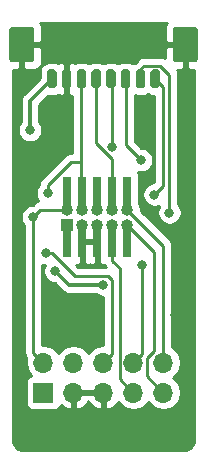
<source format=gbr>
%TF.GenerationSoftware,KiCad,Pcbnew,5.1.10*%
%TF.CreationDate,2021-08-07T23:12:06+02:00*%
%TF.ProjectId,debugconn-2side,64656275-6763-46f6-9e6e-2d3273696465,rev?*%
%TF.SameCoordinates,Original*%
%TF.FileFunction,Copper,L1,Top*%
%TF.FilePolarity,Positive*%
%FSLAX46Y46*%
G04 Gerber Fmt 4.6, Leading zero omitted, Abs format (unit mm)*
G04 Created by KiCad (PCBNEW 5.1.10) date 2021-08-07 23:12:06*
%MOMM*%
%LPD*%
G01*
G04 APERTURE LIST*
%TA.AperFunction,ComponentPad*%
%ADD10O,1.000000X1.000000*%
%TD*%
%TA.AperFunction,ComponentPad*%
%ADD11R,1.000000X1.000000*%
%TD*%
%TA.AperFunction,SMDPad,CuDef*%
%ADD12R,0.740000X2.790000*%
%TD*%
%TA.AperFunction,ComponentPad*%
%ADD13R,1.700000X1.700000*%
%TD*%
%TA.AperFunction,ComponentPad*%
%ADD14O,1.700000X1.700000*%
%TD*%
%TA.AperFunction,ViaPad*%
%ADD15C,0.800000*%
%TD*%
%TA.AperFunction,Conductor*%
%ADD16C,0.250000*%
%TD*%
%TA.AperFunction,Conductor*%
%ADD17C,0.300000*%
%TD*%
%TA.AperFunction,Conductor*%
%ADD18C,0.254000*%
%TD*%
%TA.AperFunction,Conductor*%
%ADD19C,0.100000*%
%TD*%
G04 APERTURE END LIST*
D10*
%TO.P,J2,10*%
%TO.N,/~RESET~*%
X162052000Y-69596000D03*
%TO.P,J2,9*%
%TO.N,/UNK2_GNDdetect*%
X162052000Y-70866000D03*
%TO.P,J2,8*%
%TO.N,/TDI*%
X160782000Y-69596000D03*
%TO.P,J2,7*%
%TO.N,/UNK1_KEY*%
X160782000Y-70866000D03*
%TO.P,J2,6*%
%TO.N,/SWO_TDO*%
X159512000Y-69596000D03*
%TO.P,J2,5*%
%TO.N,/GND*%
X159512000Y-70866000D03*
%TO.P,J2,4*%
%TO.N,/SWCLK_TCK*%
X158242000Y-69596000D03*
%TO.P,J2,3*%
%TO.N,/GND*%
X158242000Y-70866000D03*
%TO.P,J2,2*%
%TO.N,/SWDIO_TMS*%
X156972000Y-69596000D03*
D11*
%TO.P,J2,1*%
%TO.N,/VCC*%
X156972000Y-70866000D03*
%TD*%
D12*
%TO.P,J2alt,10*%
%TO.N,/~RESET~*%
X162052000Y-68196000D03*
%TO.P,J2alt,9*%
%TO.N,/UNK2_GNDdetect*%
X162052000Y-72266000D03*
%TO.P,J2alt,8*%
%TO.N,/TDI*%
X160782000Y-68196000D03*
%TO.P,J2alt,7*%
%TO.N,/UNK1_KEY*%
X160782000Y-72266000D03*
%TO.P,J2alt,6*%
%TO.N,/SWO_TDO*%
X159512000Y-68196000D03*
%TO.P,J2alt,5*%
%TO.N,/GND*%
X159512000Y-72266000D03*
%TO.P,J2alt,4*%
%TO.N,/SWCLK_TCK*%
X158242000Y-68196000D03*
%TO.P,J2alt,3*%
%TO.N,/GND*%
X158242000Y-72266000D03*
%TO.P,J2alt,2*%
%TO.N,/SWDIO_TMS*%
X156972000Y-68196000D03*
%TO.P,J2alt,1*%
%TO.N,/VCC*%
X156972000Y-72266000D03*
%TD*%
%TO.P,J3,MP*%
%TO.N,/GND*%
%TA.AperFunction,SMDPad,CuDef*%
G36*
G01*
X154145000Y-54383900D02*
X154145000Y-56884100D01*
G75*
G02*
X153895100Y-57134000I-249900J0D01*
G01*
X152294900Y-57134000D01*
G75*
G02*
X152045000Y-56884100I0J249900D01*
G01*
X152045000Y-54383900D01*
G75*
G02*
X152294900Y-54134000I249900J0D01*
G01*
X153895100Y-54134000D01*
G75*
G02*
X154145000Y-54383900I0J-249900D01*
G01*
G37*
%TD.AperFunction*%
%TA.AperFunction,SMDPad,CuDef*%
G36*
G01*
X167995000Y-54383900D02*
X167995000Y-56884100D01*
G75*
G02*
X167745100Y-57134000I-249900J0D01*
G01*
X166144900Y-57134000D01*
G75*
G02*
X165895000Y-56884100I0J249900D01*
G01*
X165895000Y-54383900D01*
G75*
G02*
X166144900Y-54134000I249900J0D01*
G01*
X167745100Y-54134000D01*
G75*
G02*
X167995000Y-54383900I0J-249900D01*
G01*
G37*
%TD.AperFunction*%
%TO.P,J3,8*%
%TO.N,/VCC*%
%TA.AperFunction,SMDPad,CuDef*%
G36*
G01*
X156045000Y-57934000D02*
X156045000Y-59134000D01*
G75*
G02*
X155845000Y-59334000I-200000J0D01*
G01*
X155445000Y-59334000D01*
G75*
G02*
X155245000Y-59134000I0J200000D01*
G01*
X155245000Y-57934000D01*
G75*
G02*
X155445000Y-57734000I200000J0D01*
G01*
X155845000Y-57734000D01*
G75*
G02*
X156045000Y-57934000I0J-200000D01*
G01*
G37*
%TD.AperFunction*%
%TO.P,J3,7*%
%TO.N,/GND*%
%TA.AperFunction,SMDPad,CuDef*%
G36*
G01*
X157295000Y-57934000D02*
X157295000Y-59134000D01*
G75*
G02*
X157095000Y-59334000I-200000J0D01*
G01*
X156695000Y-59334000D01*
G75*
G02*
X156495000Y-59134000I0J200000D01*
G01*
X156495000Y-57934000D01*
G75*
G02*
X156695000Y-57734000I200000J0D01*
G01*
X157095000Y-57734000D01*
G75*
G02*
X157295000Y-57934000I0J-200000D01*
G01*
G37*
%TD.AperFunction*%
%TO.P,J3,6*%
%TO.N,/SWCLK_TCK*%
%TA.AperFunction,SMDPad,CuDef*%
G36*
G01*
X158545000Y-57934000D02*
X158545000Y-59134000D01*
G75*
G02*
X158345000Y-59334000I-200000J0D01*
G01*
X157945000Y-59334000D01*
G75*
G02*
X157745000Y-59134000I0J200000D01*
G01*
X157745000Y-57934000D01*
G75*
G02*
X157945000Y-57734000I200000J0D01*
G01*
X158345000Y-57734000D01*
G75*
G02*
X158545000Y-57934000I0J-200000D01*
G01*
G37*
%TD.AperFunction*%
%TO.P,J3,5*%
%TO.N,/TDI*%
%TA.AperFunction,SMDPad,CuDef*%
G36*
G01*
X159795000Y-57934000D02*
X159795000Y-59134000D01*
G75*
G02*
X159595000Y-59334000I-200000J0D01*
G01*
X159195000Y-59334000D01*
G75*
G02*
X158995000Y-59134000I0J200000D01*
G01*
X158995000Y-57934000D01*
G75*
G02*
X159195000Y-57734000I200000J0D01*
G01*
X159595000Y-57734000D01*
G75*
G02*
X159795000Y-57934000I0J-200000D01*
G01*
G37*
%TD.AperFunction*%
%TO.P,J3,4*%
%TO.N,/SWO_TDO*%
%TA.AperFunction,SMDPad,CuDef*%
G36*
G01*
X161045000Y-57934000D02*
X161045000Y-59134000D01*
G75*
G02*
X160845000Y-59334000I-200000J0D01*
G01*
X160445000Y-59334000D01*
G75*
G02*
X160245000Y-59134000I0J200000D01*
G01*
X160245000Y-57934000D01*
G75*
G02*
X160445000Y-57734000I200000J0D01*
G01*
X160845000Y-57734000D01*
G75*
G02*
X161045000Y-57934000I0J-200000D01*
G01*
G37*
%TD.AperFunction*%
%TO.P,J3,3*%
%TO.N,/SWDIO_TMS*%
%TA.AperFunction,SMDPad,CuDef*%
G36*
G01*
X162295000Y-57934000D02*
X162295000Y-59134000D01*
G75*
G02*
X162095000Y-59334000I-200000J0D01*
G01*
X161695000Y-59334000D01*
G75*
G02*
X161495000Y-59134000I0J200000D01*
G01*
X161495000Y-57934000D01*
G75*
G02*
X161695000Y-57734000I200000J0D01*
G01*
X162095000Y-57734000D01*
G75*
G02*
X162295000Y-57934000I0J-200000D01*
G01*
G37*
%TD.AperFunction*%
%TO.P,J3,2*%
%TO.N,/UNK1_KEY*%
%TA.AperFunction,SMDPad,CuDef*%
G36*
G01*
X163545000Y-57934000D02*
X163545000Y-59134000D01*
G75*
G02*
X163345000Y-59334000I-200000J0D01*
G01*
X162945000Y-59334000D01*
G75*
G02*
X162745000Y-59134000I0J200000D01*
G01*
X162745000Y-57934000D01*
G75*
G02*
X162945000Y-57734000I200000J0D01*
G01*
X163345000Y-57734000D01*
G75*
G02*
X163545000Y-57934000I0J-200000D01*
G01*
G37*
%TD.AperFunction*%
%TO.P,J3,1*%
%TO.N,/UNK2_GNDdetect*%
%TA.AperFunction,SMDPad,CuDef*%
G36*
G01*
X164795000Y-57934000D02*
X164795000Y-59134000D01*
G75*
G02*
X164595000Y-59334000I-200000J0D01*
G01*
X164195000Y-59334000D01*
G75*
G02*
X163995000Y-59134000I0J200000D01*
G01*
X163995000Y-57934000D01*
G75*
G02*
X164195000Y-57734000I200000J0D01*
G01*
X164595000Y-57734000D01*
G75*
G02*
X164795000Y-57934000I0J-200000D01*
G01*
G37*
%TD.AperFunction*%
%TD*%
D13*
%TO.P,J1,1*%
%TO.N,/VCC*%
X154940000Y-85090000D03*
D14*
%TO.P,J1,2*%
%TO.N,/SWDIO_TMS*%
X154940000Y-82550000D03*
%TO.P,J1,3*%
%TO.N,/GND*%
X157480000Y-85090000D03*
%TO.P,J1,4*%
%TO.N,/SWCLK_TCK*%
X157480000Y-82550000D03*
%TO.P,J1,5*%
%TO.N,/GND*%
X160020000Y-85090000D03*
%TO.P,J1,6*%
%TO.N,/SWO_TDO*%
X160020000Y-82550000D03*
%TO.P,J1,7*%
%TO.N,/UNK1_KEY*%
X162560000Y-85090000D03*
%TO.P,J1,8*%
%TO.N,/TDI*%
X162560000Y-82550000D03*
%TO.P,J1,9*%
%TO.N,/UNK2_GNDdetect*%
X165100000Y-85090000D03*
%TO.P,J1,10*%
%TO.N,/~RESET~*%
X165100000Y-82550000D03*
%TD*%
D15*
%TO.N,/UNK2_GNDdetect*%
X164338000Y-68326000D03*
%TO.N,/TDI*%
X163322000Y-74295000D03*
%TO.N,/UNK1_KEY*%
X165608000Y-69850000D03*
%TO.N,/SWO_TDO*%
X155194000Y-73279000D03*
X160782000Y-64262000D03*
%TO.N,/GND*%
X159512000Y-80518000D03*
X166116000Y-78486000D03*
%TO.N,/SWCLK_TCK*%
X155321000Y-68199000D03*
%TO.N,/SWDIO_TMS*%
X163195000Y-65405000D03*
X154051000Y-70231000D03*
%TO.N,/VCC*%
X160020000Y-75946000D03*
X155956000Y-74803000D03*
X153797000Y-62865000D03*
%TD*%
D16*
%TO.N,/~RESET~*%
X162052000Y-69596000D02*
X162052000Y-68196000D01*
X162052000Y-69644998D02*
X162052000Y-69596000D01*
X165100000Y-72692998D02*
X162052000Y-69644998D01*
X165100000Y-82550000D02*
X165100000Y-72692998D01*
%TO.N,/UNK2_GNDdetect*%
X162052000Y-70866000D02*
X162052000Y-72266000D01*
X164338000Y-81572998D02*
X164338000Y-73152000D01*
X164338000Y-73152000D02*
X162052000Y-70866000D01*
X163735001Y-82175997D02*
X164338000Y-81572998D01*
X163735001Y-83725001D02*
X163735001Y-82175997D01*
X165100000Y-85090000D02*
X163735001Y-83725001D01*
X165063001Y-59202001D02*
X164395000Y-58534000D01*
X165063001Y-67600999D02*
X165063001Y-59202001D01*
X164338000Y-68326000D02*
X165063001Y-67600999D01*
%TO.N,/TDI*%
X160782000Y-68196000D02*
X160782000Y-69596000D01*
X163322000Y-81788000D02*
X162560000Y-82550000D01*
X163322000Y-74295000D02*
X163322000Y-81788000D01*
X159395000Y-62113000D02*
X159395000Y-58534000D01*
X159395000Y-63948002D02*
X159395000Y-62113000D01*
X160782000Y-65335002D02*
X159395000Y-63948002D01*
X160782000Y-68196000D02*
X160782000Y-65335002D01*
%TO.N,/UNK1_KEY*%
X164812468Y-57408990D02*
X165608000Y-58204522D01*
X163470010Y-57408990D02*
X164812468Y-57408990D01*
X163145000Y-57734000D02*
X163470010Y-57408990D01*
X163145000Y-58534000D02*
X163145000Y-57734000D01*
X165608000Y-59474522D02*
X165608000Y-69850000D01*
X160782000Y-72193002D02*
X160782000Y-70866000D01*
X165608000Y-58204522D02*
X165608000Y-59474522D01*
X160782000Y-73911000D02*
X160782000Y-72266000D01*
X161384999Y-74513999D02*
X160782000Y-73911000D01*
X161384999Y-83914999D02*
X161384999Y-74513999D01*
X162560000Y-85090000D02*
X161384999Y-83914999D01*
%TO.N,/SWO_TDO*%
X159512000Y-69596000D02*
X159512000Y-68196000D01*
X160745001Y-75597999D02*
X160745001Y-81824999D01*
X160745001Y-81824999D02*
X160020000Y-82550000D01*
X160368001Y-75220999D02*
X160745001Y-75597999D01*
X157576997Y-75220999D02*
X160368001Y-75220999D01*
X155634998Y-73279000D02*
X157576997Y-75220999D01*
X155194000Y-73279000D02*
X155634998Y-73279000D01*
X160782000Y-62865000D02*
X160782000Y-64262000D01*
X160782000Y-58671000D02*
X160645000Y-58534000D01*
X160782000Y-62865000D02*
X160782000Y-58671000D01*
D17*
%TO.N,/GND*%
X159512000Y-72266000D02*
X159512000Y-70866000D01*
X158242000Y-72266000D02*
X158242000Y-70866000D01*
D16*
%TO.N,/SWCLK_TCK*%
X158145000Y-59804000D02*
X158145000Y-58534000D01*
X155321000Y-67496998D02*
X157255998Y-65562000D01*
X155321000Y-68199000D02*
X155321000Y-67496998D01*
X158145000Y-65562000D02*
X158145000Y-69499000D01*
X158145000Y-59804000D02*
X158145000Y-65562000D01*
X157255998Y-65562000D02*
X158145000Y-65562000D01*
%TO.N,/SWDIO_TMS*%
X154686000Y-69596000D02*
X156972000Y-69596000D01*
X156972000Y-69596000D02*
X156972000Y-68196000D01*
X154090001Y-70191999D02*
X154686000Y-69596000D01*
X154090001Y-81700001D02*
X154090001Y-70191999D01*
X154940000Y-82550000D02*
X154090001Y-81700001D01*
X161895000Y-64105000D02*
X161895000Y-58534000D01*
X163195000Y-65405000D02*
X161895000Y-64105000D01*
D17*
%TO.N,/VCC*%
X157099000Y-75946000D02*
X155956000Y-74803000D01*
X160020000Y-75946000D02*
X157099000Y-75946000D01*
X153797000Y-60382000D02*
X155645000Y-58534000D01*
X153797000Y-62865000D02*
X153797000Y-60382000D01*
X156972000Y-72266000D02*
X156972000Y-70866000D01*
%TD*%
D18*
%TO.N,/GND*%
X165364463Y-53779506D02*
X165305498Y-53889820D01*
X165269188Y-54009518D01*
X165256928Y-54134000D01*
X165260000Y-55348250D01*
X165418750Y-55507000D01*
X166818000Y-55507000D01*
X166818000Y-55487000D01*
X167072000Y-55487000D01*
X167072000Y-55507000D01*
X167092000Y-55507000D01*
X167092000Y-55761000D01*
X167072000Y-55761000D01*
X167072000Y-57610250D01*
X167230750Y-57769000D01*
X167717000Y-57770955D01*
X167717001Y-88978052D01*
X167696424Y-89074858D01*
X167695388Y-89084717D01*
X167673157Y-89311449D01*
X167627433Y-89462893D01*
X167553163Y-89602575D01*
X167453175Y-89725174D01*
X167331280Y-89826014D01*
X167192116Y-89901259D01*
X167040996Y-89948039D01*
X166814424Y-89971852D01*
X166791681Y-89976521D01*
X166737673Y-89982006D01*
X166701711Y-89993000D01*
X153337943Y-89993000D01*
X153241142Y-89972424D01*
X153231283Y-89971388D01*
X153004551Y-89949157D01*
X152853107Y-89903433D01*
X152713425Y-89829163D01*
X152590826Y-89729175D01*
X152489986Y-89607280D01*
X152414741Y-89468116D01*
X152367961Y-89316996D01*
X152344148Y-89090424D01*
X152339479Y-89067681D01*
X152333994Y-89013673D01*
X152323000Y-88977711D01*
X152323000Y-70129061D01*
X153016000Y-70129061D01*
X153016000Y-70332939D01*
X153055774Y-70532898D01*
X153133795Y-70721256D01*
X153247063Y-70890774D01*
X153330002Y-70973713D01*
X153330001Y-81662679D01*
X153326325Y-81700001D01*
X153330001Y-81737323D01*
X153330001Y-81737333D01*
X153340998Y-81848986D01*
X153378916Y-81973986D01*
X153384455Y-81992247D01*
X153455027Y-82124277D01*
X153494872Y-82172827D01*
X153499749Y-82178771D01*
X153455000Y-82403740D01*
X153455000Y-82696260D01*
X153512068Y-82983158D01*
X153624010Y-83253411D01*
X153786525Y-83496632D01*
X153918380Y-83628487D01*
X153845820Y-83650498D01*
X153735506Y-83709463D01*
X153638815Y-83788815D01*
X153559463Y-83885506D01*
X153500498Y-83995820D01*
X153464188Y-84115518D01*
X153451928Y-84240000D01*
X153451928Y-85940000D01*
X153464188Y-86064482D01*
X153500498Y-86184180D01*
X153559463Y-86294494D01*
X153638815Y-86391185D01*
X153735506Y-86470537D01*
X153845820Y-86529502D01*
X153965518Y-86565812D01*
X154090000Y-86578072D01*
X155790000Y-86578072D01*
X155914482Y-86565812D01*
X156034180Y-86529502D01*
X156144494Y-86470537D01*
X156241185Y-86391185D01*
X156320537Y-86294494D01*
X156379502Y-86184180D01*
X156403966Y-86103534D01*
X156479731Y-86187588D01*
X156713080Y-86361641D01*
X156975901Y-86486825D01*
X157123110Y-86531476D01*
X157353000Y-86410155D01*
X157353000Y-85217000D01*
X157607000Y-85217000D01*
X157607000Y-86410155D01*
X157836890Y-86531476D01*
X157984099Y-86486825D01*
X158246920Y-86361641D01*
X158480269Y-86187588D01*
X158675178Y-85971355D01*
X158750000Y-85845745D01*
X158824822Y-85971355D01*
X159019731Y-86187588D01*
X159253080Y-86361641D01*
X159515901Y-86486825D01*
X159663110Y-86531476D01*
X159893000Y-86410155D01*
X159893000Y-85217000D01*
X157607000Y-85217000D01*
X157353000Y-85217000D01*
X157333000Y-85217000D01*
X157333000Y-84963000D01*
X157353000Y-84963000D01*
X157353000Y-84943000D01*
X157607000Y-84943000D01*
X157607000Y-84963000D01*
X159893000Y-84963000D01*
X159893000Y-84943000D01*
X160147000Y-84943000D01*
X160147000Y-84963000D01*
X160167000Y-84963000D01*
X160167000Y-85217000D01*
X160147000Y-85217000D01*
X160147000Y-86410155D01*
X160376890Y-86531476D01*
X160524099Y-86486825D01*
X160786920Y-86361641D01*
X161020269Y-86187588D01*
X161215178Y-85971355D01*
X161284805Y-85854466D01*
X161406525Y-86036632D01*
X161613368Y-86243475D01*
X161856589Y-86405990D01*
X162126842Y-86517932D01*
X162413740Y-86575000D01*
X162706260Y-86575000D01*
X162993158Y-86517932D01*
X163263411Y-86405990D01*
X163506632Y-86243475D01*
X163713475Y-86036632D01*
X163830000Y-85862240D01*
X163946525Y-86036632D01*
X164153368Y-86243475D01*
X164396589Y-86405990D01*
X164666842Y-86517932D01*
X164953740Y-86575000D01*
X165246260Y-86575000D01*
X165533158Y-86517932D01*
X165803411Y-86405990D01*
X166046632Y-86243475D01*
X166253475Y-86036632D01*
X166415990Y-85793411D01*
X166527932Y-85523158D01*
X166585000Y-85236260D01*
X166585000Y-84943740D01*
X166527932Y-84656842D01*
X166415990Y-84386589D01*
X166253475Y-84143368D01*
X166046632Y-83936525D01*
X165872240Y-83820000D01*
X166046632Y-83703475D01*
X166253475Y-83496632D01*
X166415990Y-83253411D01*
X166527932Y-82983158D01*
X166585000Y-82696260D01*
X166585000Y-82403740D01*
X166527932Y-82116842D01*
X166415990Y-81846589D01*
X166253475Y-81603368D01*
X166046632Y-81396525D01*
X165860000Y-81271822D01*
X165860000Y-72730321D01*
X165863676Y-72692998D01*
X165860000Y-72655675D01*
X165860000Y-72655665D01*
X165849003Y-72544012D01*
X165805546Y-72400751D01*
X165754130Y-72304560D01*
X165734974Y-72268721D01*
X165663799Y-72181995D01*
X165640001Y-72152997D01*
X165611003Y-72129199D01*
X163187000Y-69705197D01*
X163187000Y-69484212D01*
X163143383Y-69264933D01*
X163060072Y-69063803D01*
X163060072Y-66801000D01*
X163047812Y-66676518D01*
X163011502Y-66556820D01*
X162952537Y-66446506D01*
X162918742Y-66405326D01*
X163093061Y-66440000D01*
X163296939Y-66440000D01*
X163496898Y-66400226D01*
X163685256Y-66322205D01*
X163854774Y-66208937D01*
X163998937Y-66064774D01*
X164112205Y-65895256D01*
X164190226Y-65706898D01*
X164230000Y-65506939D01*
X164230000Y-65303061D01*
X164190226Y-65103102D01*
X164112205Y-64914744D01*
X163998937Y-64745226D01*
X163854774Y-64601063D01*
X163685256Y-64487795D01*
X163496898Y-64409774D01*
X163296939Y-64370000D01*
X163234802Y-64370000D01*
X162655000Y-63790199D01*
X162655000Y-59917596D01*
X162781500Y-59955969D01*
X162945000Y-59972072D01*
X163345000Y-59972072D01*
X163508500Y-59955969D01*
X163665716Y-59908278D01*
X163770000Y-59852537D01*
X163874284Y-59908278D01*
X164031500Y-59955969D01*
X164195000Y-59972072D01*
X164303002Y-59972072D01*
X164303001Y-67286197D01*
X164298198Y-67291000D01*
X164236061Y-67291000D01*
X164036102Y-67330774D01*
X163847744Y-67408795D01*
X163678226Y-67522063D01*
X163534063Y-67666226D01*
X163420795Y-67835744D01*
X163342774Y-68024102D01*
X163303000Y-68224061D01*
X163303000Y-68427939D01*
X163342774Y-68627898D01*
X163420795Y-68816256D01*
X163534063Y-68985774D01*
X163678226Y-69129937D01*
X163847744Y-69243205D01*
X164036102Y-69321226D01*
X164236061Y-69361000D01*
X164439939Y-69361000D01*
X164639898Y-69321226D01*
X164745859Y-69277335D01*
X164690795Y-69359744D01*
X164612774Y-69548102D01*
X164573000Y-69748061D01*
X164573000Y-69951939D01*
X164612774Y-70151898D01*
X164690795Y-70340256D01*
X164804063Y-70509774D01*
X164948226Y-70653937D01*
X165117744Y-70767205D01*
X165306102Y-70845226D01*
X165506061Y-70885000D01*
X165709939Y-70885000D01*
X165909898Y-70845226D01*
X166098256Y-70767205D01*
X166267774Y-70653937D01*
X166411937Y-70509774D01*
X166525205Y-70340256D01*
X166603226Y-70151898D01*
X166643000Y-69951939D01*
X166643000Y-69748061D01*
X166603226Y-69548102D01*
X166525205Y-69359744D01*
X166411937Y-69190226D01*
X166368000Y-69146289D01*
X166368000Y-58241844D01*
X166371676Y-58204521D01*
X166368000Y-58167198D01*
X166368000Y-58167189D01*
X166357003Y-58055536D01*
X166313546Y-57912275D01*
X166295300Y-57878139D01*
X166242974Y-57780245D01*
X166235144Y-57770705D01*
X166659250Y-57769000D01*
X166818000Y-57610250D01*
X166818000Y-55761000D01*
X165418750Y-55761000D01*
X165260000Y-55919750D01*
X165257795Y-56791292D01*
X165236744Y-56774016D01*
X165104715Y-56703444D01*
X164961454Y-56659987D01*
X164849801Y-56648990D01*
X164849790Y-56648990D01*
X164812468Y-56645314D01*
X164775146Y-56648990D01*
X163507343Y-56648990D01*
X163470010Y-56645313D01*
X163432677Y-56648990D01*
X163321024Y-56659987D01*
X163177763Y-56703444D01*
X163045734Y-56774016D01*
X162930009Y-56868989D01*
X162906206Y-56897993D01*
X162653270Y-57150929D01*
X162624284Y-57159722D01*
X162520000Y-57215463D01*
X162415716Y-57159722D01*
X162258500Y-57112031D01*
X162095000Y-57095928D01*
X161695000Y-57095928D01*
X161531500Y-57112031D01*
X161374284Y-57159722D01*
X161270000Y-57215463D01*
X161165716Y-57159722D01*
X161008500Y-57112031D01*
X160845000Y-57095928D01*
X160445000Y-57095928D01*
X160281500Y-57112031D01*
X160124284Y-57159722D01*
X160020000Y-57215463D01*
X159915716Y-57159722D01*
X159758500Y-57112031D01*
X159595000Y-57095928D01*
X159195000Y-57095928D01*
X159031500Y-57112031D01*
X158874284Y-57159722D01*
X158770000Y-57215463D01*
X158665716Y-57159722D01*
X158508500Y-57112031D01*
X158345000Y-57095928D01*
X157945000Y-57095928D01*
X157781500Y-57112031D01*
X157624284Y-57159722D01*
X157595973Y-57174855D01*
X157539180Y-57144498D01*
X157419482Y-57108188D01*
X157295000Y-57095928D01*
X157180750Y-57099000D01*
X157022000Y-57257750D01*
X157022000Y-58407000D01*
X157042000Y-58407000D01*
X157042000Y-58661000D01*
X157022000Y-58661000D01*
X157022000Y-59810250D01*
X157180750Y-59969000D01*
X157295000Y-59972072D01*
X157385000Y-59963208D01*
X157385001Y-64802000D01*
X157293320Y-64802000D01*
X157255997Y-64798324D01*
X157218674Y-64802000D01*
X157218665Y-64802000D01*
X157107012Y-64812997D01*
X156963751Y-64856454D01*
X156831722Y-64927026D01*
X156831720Y-64927027D01*
X156831721Y-64927027D01*
X156744994Y-64998201D01*
X156744990Y-64998205D01*
X156715997Y-65021999D01*
X156692203Y-65050992D01*
X154809998Y-66933199D01*
X154781000Y-66956997D01*
X154757202Y-66985995D01*
X154757201Y-66985996D01*
X154686026Y-67072722D01*
X154615454Y-67204752D01*
X154600317Y-67254654D01*
X154571997Y-67348012D01*
X154561000Y-67459665D01*
X154561000Y-67459676D01*
X154557324Y-67496998D01*
X154557500Y-67498789D01*
X154517063Y-67539226D01*
X154403795Y-67708744D01*
X154325774Y-67897102D01*
X154286000Y-68097061D01*
X154286000Y-68300939D01*
X154325774Y-68500898D01*
X154403795Y-68689256D01*
X154513882Y-68854014D01*
X154393753Y-68890454D01*
X154261724Y-68961026D01*
X154145999Y-69055999D01*
X154122200Y-69084998D01*
X154011198Y-69196000D01*
X153949061Y-69196000D01*
X153749102Y-69235774D01*
X153560744Y-69313795D01*
X153391226Y-69427063D01*
X153247063Y-69571226D01*
X153133795Y-69740744D01*
X153055774Y-69929102D01*
X153016000Y-70129061D01*
X152323000Y-70129061D01*
X152323000Y-62763061D01*
X152762000Y-62763061D01*
X152762000Y-62966939D01*
X152801774Y-63166898D01*
X152879795Y-63355256D01*
X152993063Y-63524774D01*
X153137226Y-63668937D01*
X153306744Y-63782205D01*
X153495102Y-63860226D01*
X153695061Y-63900000D01*
X153898939Y-63900000D01*
X154098898Y-63860226D01*
X154287256Y-63782205D01*
X154456774Y-63668937D01*
X154600937Y-63524774D01*
X154714205Y-63355256D01*
X154792226Y-63166898D01*
X154832000Y-62966939D01*
X154832000Y-62763061D01*
X154792226Y-62563102D01*
X154714205Y-62374744D01*
X154600937Y-62205226D01*
X154582000Y-62186289D01*
X154582000Y-60707157D01*
X155328554Y-59960603D01*
X155445000Y-59972072D01*
X155845000Y-59972072D01*
X156008500Y-59955969D01*
X156165716Y-59908278D01*
X156194027Y-59893145D01*
X156250820Y-59923502D01*
X156370518Y-59959812D01*
X156495000Y-59972072D01*
X156609250Y-59969000D01*
X156768000Y-59810250D01*
X156768000Y-58661000D01*
X156748000Y-58661000D01*
X156748000Y-58407000D01*
X156768000Y-58407000D01*
X156768000Y-57257750D01*
X156609250Y-57099000D01*
X156495000Y-57095928D01*
X156370518Y-57108188D01*
X156250820Y-57144498D01*
X156194027Y-57174855D01*
X156165716Y-57159722D01*
X156008500Y-57112031D01*
X155845000Y-57095928D01*
X155445000Y-57095928D01*
X155281500Y-57112031D01*
X155124284Y-57159722D01*
X154979392Y-57237169D01*
X154852394Y-57341394D01*
X154748169Y-57468392D01*
X154670722Y-57613284D01*
X154623031Y-57770500D01*
X154606928Y-57934000D01*
X154606928Y-58461915D01*
X153269185Y-59799658D01*
X153239237Y-59824236D01*
X153214659Y-59854184D01*
X153214655Y-59854188D01*
X153206162Y-59864537D01*
X153141139Y-59943767D01*
X153134617Y-59955969D01*
X153068246Y-60080141D01*
X153023359Y-60228114D01*
X153008203Y-60382000D01*
X153012001Y-60420563D01*
X153012000Y-62186289D01*
X152993063Y-62205226D01*
X152879795Y-62374744D01*
X152801774Y-62563102D01*
X152762000Y-62763061D01*
X152323000Y-62763061D01*
X152323000Y-57770955D01*
X152809250Y-57769000D01*
X152968000Y-57610250D01*
X152968000Y-55761000D01*
X153222000Y-55761000D01*
X153222000Y-57610250D01*
X153380750Y-57769000D01*
X154145000Y-57772072D01*
X154269482Y-57759812D01*
X154389180Y-57723502D01*
X154499494Y-57664537D01*
X154596185Y-57585185D01*
X154675537Y-57488494D01*
X154734502Y-57378180D01*
X154770812Y-57258482D01*
X154783072Y-57134000D01*
X154780000Y-55919750D01*
X154621250Y-55761000D01*
X153222000Y-55761000D01*
X152968000Y-55761000D01*
X152948000Y-55761000D01*
X152948000Y-55507000D01*
X152968000Y-55507000D01*
X152968000Y-55487000D01*
X153222000Y-55487000D01*
X153222000Y-55507000D01*
X154621250Y-55507000D01*
X154780000Y-55348250D01*
X154783072Y-54134000D01*
X154770812Y-54009518D01*
X154734502Y-53889820D01*
X154675537Y-53779506D01*
X154668556Y-53771000D01*
X165371444Y-53771000D01*
X165364463Y-53779506D01*
%TA.AperFunction,Conductor*%
D19*
G36*
X165364463Y-53779506D02*
G01*
X165305498Y-53889820D01*
X165269188Y-54009518D01*
X165256928Y-54134000D01*
X165260000Y-55348250D01*
X165418750Y-55507000D01*
X166818000Y-55507000D01*
X166818000Y-55487000D01*
X167072000Y-55487000D01*
X167072000Y-55507000D01*
X167092000Y-55507000D01*
X167092000Y-55761000D01*
X167072000Y-55761000D01*
X167072000Y-57610250D01*
X167230750Y-57769000D01*
X167717000Y-57770955D01*
X167717001Y-88978052D01*
X167696424Y-89074858D01*
X167695388Y-89084717D01*
X167673157Y-89311449D01*
X167627433Y-89462893D01*
X167553163Y-89602575D01*
X167453175Y-89725174D01*
X167331280Y-89826014D01*
X167192116Y-89901259D01*
X167040996Y-89948039D01*
X166814424Y-89971852D01*
X166791681Y-89976521D01*
X166737673Y-89982006D01*
X166701711Y-89993000D01*
X153337943Y-89993000D01*
X153241142Y-89972424D01*
X153231283Y-89971388D01*
X153004551Y-89949157D01*
X152853107Y-89903433D01*
X152713425Y-89829163D01*
X152590826Y-89729175D01*
X152489986Y-89607280D01*
X152414741Y-89468116D01*
X152367961Y-89316996D01*
X152344148Y-89090424D01*
X152339479Y-89067681D01*
X152333994Y-89013673D01*
X152323000Y-88977711D01*
X152323000Y-70129061D01*
X153016000Y-70129061D01*
X153016000Y-70332939D01*
X153055774Y-70532898D01*
X153133795Y-70721256D01*
X153247063Y-70890774D01*
X153330002Y-70973713D01*
X153330001Y-81662679D01*
X153326325Y-81700001D01*
X153330001Y-81737323D01*
X153330001Y-81737333D01*
X153340998Y-81848986D01*
X153378916Y-81973986D01*
X153384455Y-81992247D01*
X153455027Y-82124277D01*
X153494872Y-82172827D01*
X153499749Y-82178771D01*
X153455000Y-82403740D01*
X153455000Y-82696260D01*
X153512068Y-82983158D01*
X153624010Y-83253411D01*
X153786525Y-83496632D01*
X153918380Y-83628487D01*
X153845820Y-83650498D01*
X153735506Y-83709463D01*
X153638815Y-83788815D01*
X153559463Y-83885506D01*
X153500498Y-83995820D01*
X153464188Y-84115518D01*
X153451928Y-84240000D01*
X153451928Y-85940000D01*
X153464188Y-86064482D01*
X153500498Y-86184180D01*
X153559463Y-86294494D01*
X153638815Y-86391185D01*
X153735506Y-86470537D01*
X153845820Y-86529502D01*
X153965518Y-86565812D01*
X154090000Y-86578072D01*
X155790000Y-86578072D01*
X155914482Y-86565812D01*
X156034180Y-86529502D01*
X156144494Y-86470537D01*
X156241185Y-86391185D01*
X156320537Y-86294494D01*
X156379502Y-86184180D01*
X156403966Y-86103534D01*
X156479731Y-86187588D01*
X156713080Y-86361641D01*
X156975901Y-86486825D01*
X157123110Y-86531476D01*
X157353000Y-86410155D01*
X157353000Y-85217000D01*
X157607000Y-85217000D01*
X157607000Y-86410155D01*
X157836890Y-86531476D01*
X157984099Y-86486825D01*
X158246920Y-86361641D01*
X158480269Y-86187588D01*
X158675178Y-85971355D01*
X158750000Y-85845745D01*
X158824822Y-85971355D01*
X159019731Y-86187588D01*
X159253080Y-86361641D01*
X159515901Y-86486825D01*
X159663110Y-86531476D01*
X159893000Y-86410155D01*
X159893000Y-85217000D01*
X157607000Y-85217000D01*
X157353000Y-85217000D01*
X157333000Y-85217000D01*
X157333000Y-84963000D01*
X157353000Y-84963000D01*
X157353000Y-84943000D01*
X157607000Y-84943000D01*
X157607000Y-84963000D01*
X159893000Y-84963000D01*
X159893000Y-84943000D01*
X160147000Y-84943000D01*
X160147000Y-84963000D01*
X160167000Y-84963000D01*
X160167000Y-85217000D01*
X160147000Y-85217000D01*
X160147000Y-86410155D01*
X160376890Y-86531476D01*
X160524099Y-86486825D01*
X160786920Y-86361641D01*
X161020269Y-86187588D01*
X161215178Y-85971355D01*
X161284805Y-85854466D01*
X161406525Y-86036632D01*
X161613368Y-86243475D01*
X161856589Y-86405990D01*
X162126842Y-86517932D01*
X162413740Y-86575000D01*
X162706260Y-86575000D01*
X162993158Y-86517932D01*
X163263411Y-86405990D01*
X163506632Y-86243475D01*
X163713475Y-86036632D01*
X163830000Y-85862240D01*
X163946525Y-86036632D01*
X164153368Y-86243475D01*
X164396589Y-86405990D01*
X164666842Y-86517932D01*
X164953740Y-86575000D01*
X165246260Y-86575000D01*
X165533158Y-86517932D01*
X165803411Y-86405990D01*
X166046632Y-86243475D01*
X166253475Y-86036632D01*
X166415990Y-85793411D01*
X166527932Y-85523158D01*
X166585000Y-85236260D01*
X166585000Y-84943740D01*
X166527932Y-84656842D01*
X166415990Y-84386589D01*
X166253475Y-84143368D01*
X166046632Y-83936525D01*
X165872240Y-83820000D01*
X166046632Y-83703475D01*
X166253475Y-83496632D01*
X166415990Y-83253411D01*
X166527932Y-82983158D01*
X166585000Y-82696260D01*
X166585000Y-82403740D01*
X166527932Y-82116842D01*
X166415990Y-81846589D01*
X166253475Y-81603368D01*
X166046632Y-81396525D01*
X165860000Y-81271822D01*
X165860000Y-72730321D01*
X165863676Y-72692998D01*
X165860000Y-72655675D01*
X165860000Y-72655665D01*
X165849003Y-72544012D01*
X165805546Y-72400751D01*
X165754130Y-72304560D01*
X165734974Y-72268721D01*
X165663799Y-72181995D01*
X165640001Y-72152997D01*
X165611003Y-72129199D01*
X163187000Y-69705197D01*
X163187000Y-69484212D01*
X163143383Y-69264933D01*
X163060072Y-69063803D01*
X163060072Y-66801000D01*
X163047812Y-66676518D01*
X163011502Y-66556820D01*
X162952537Y-66446506D01*
X162918742Y-66405326D01*
X163093061Y-66440000D01*
X163296939Y-66440000D01*
X163496898Y-66400226D01*
X163685256Y-66322205D01*
X163854774Y-66208937D01*
X163998937Y-66064774D01*
X164112205Y-65895256D01*
X164190226Y-65706898D01*
X164230000Y-65506939D01*
X164230000Y-65303061D01*
X164190226Y-65103102D01*
X164112205Y-64914744D01*
X163998937Y-64745226D01*
X163854774Y-64601063D01*
X163685256Y-64487795D01*
X163496898Y-64409774D01*
X163296939Y-64370000D01*
X163234802Y-64370000D01*
X162655000Y-63790199D01*
X162655000Y-59917596D01*
X162781500Y-59955969D01*
X162945000Y-59972072D01*
X163345000Y-59972072D01*
X163508500Y-59955969D01*
X163665716Y-59908278D01*
X163770000Y-59852537D01*
X163874284Y-59908278D01*
X164031500Y-59955969D01*
X164195000Y-59972072D01*
X164303002Y-59972072D01*
X164303001Y-67286197D01*
X164298198Y-67291000D01*
X164236061Y-67291000D01*
X164036102Y-67330774D01*
X163847744Y-67408795D01*
X163678226Y-67522063D01*
X163534063Y-67666226D01*
X163420795Y-67835744D01*
X163342774Y-68024102D01*
X163303000Y-68224061D01*
X163303000Y-68427939D01*
X163342774Y-68627898D01*
X163420795Y-68816256D01*
X163534063Y-68985774D01*
X163678226Y-69129937D01*
X163847744Y-69243205D01*
X164036102Y-69321226D01*
X164236061Y-69361000D01*
X164439939Y-69361000D01*
X164639898Y-69321226D01*
X164745859Y-69277335D01*
X164690795Y-69359744D01*
X164612774Y-69548102D01*
X164573000Y-69748061D01*
X164573000Y-69951939D01*
X164612774Y-70151898D01*
X164690795Y-70340256D01*
X164804063Y-70509774D01*
X164948226Y-70653937D01*
X165117744Y-70767205D01*
X165306102Y-70845226D01*
X165506061Y-70885000D01*
X165709939Y-70885000D01*
X165909898Y-70845226D01*
X166098256Y-70767205D01*
X166267774Y-70653937D01*
X166411937Y-70509774D01*
X166525205Y-70340256D01*
X166603226Y-70151898D01*
X166643000Y-69951939D01*
X166643000Y-69748061D01*
X166603226Y-69548102D01*
X166525205Y-69359744D01*
X166411937Y-69190226D01*
X166368000Y-69146289D01*
X166368000Y-58241844D01*
X166371676Y-58204521D01*
X166368000Y-58167198D01*
X166368000Y-58167189D01*
X166357003Y-58055536D01*
X166313546Y-57912275D01*
X166295300Y-57878139D01*
X166242974Y-57780245D01*
X166235144Y-57770705D01*
X166659250Y-57769000D01*
X166818000Y-57610250D01*
X166818000Y-55761000D01*
X165418750Y-55761000D01*
X165260000Y-55919750D01*
X165257795Y-56791292D01*
X165236744Y-56774016D01*
X165104715Y-56703444D01*
X164961454Y-56659987D01*
X164849801Y-56648990D01*
X164849790Y-56648990D01*
X164812468Y-56645314D01*
X164775146Y-56648990D01*
X163507343Y-56648990D01*
X163470010Y-56645313D01*
X163432677Y-56648990D01*
X163321024Y-56659987D01*
X163177763Y-56703444D01*
X163045734Y-56774016D01*
X162930009Y-56868989D01*
X162906206Y-56897993D01*
X162653270Y-57150929D01*
X162624284Y-57159722D01*
X162520000Y-57215463D01*
X162415716Y-57159722D01*
X162258500Y-57112031D01*
X162095000Y-57095928D01*
X161695000Y-57095928D01*
X161531500Y-57112031D01*
X161374284Y-57159722D01*
X161270000Y-57215463D01*
X161165716Y-57159722D01*
X161008500Y-57112031D01*
X160845000Y-57095928D01*
X160445000Y-57095928D01*
X160281500Y-57112031D01*
X160124284Y-57159722D01*
X160020000Y-57215463D01*
X159915716Y-57159722D01*
X159758500Y-57112031D01*
X159595000Y-57095928D01*
X159195000Y-57095928D01*
X159031500Y-57112031D01*
X158874284Y-57159722D01*
X158770000Y-57215463D01*
X158665716Y-57159722D01*
X158508500Y-57112031D01*
X158345000Y-57095928D01*
X157945000Y-57095928D01*
X157781500Y-57112031D01*
X157624284Y-57159722D01*
X157595973Y-57174855D01*
X157539180Y-57144498D01*
X157419482Y-57108188D01*
X157295000Y-57095928D01*
X157180750Y-57099000D01*
X157022000Y-57257750D01*
X157022000Y-58407000D01*
X157042000Y-58407000D01*
X157042000Y-58661000D01*
X157022000Y-58661000D01*
X157022000Y-59810250D01*
X157180750Y-59969000D01*
X157295000Y-59972072D01*
X157385000Y-59963208D01*
X157385001Y-64802000D01*
X157293320Y-64802000D01*
X157255997Y-64798324D01*
X157218674Y-64802000D01*
X157218665Y-64802000D01*
X157107012Y-64812997D01*
X156963751Y-64856454D01*
X156831722Y-64927026D01*
X156831720Y-64927027D01*
X156831721Y-64927027D01*
X156744994Y-64998201D01*
X156744990Y-64998205D01*
X156715997Y-65021999D01*
X156692203Y-65050992D01*
X154809998Y-66933199D01*
X154781000Y-66956997D01*
X154757202Y-66985995D01*
X154757201Y-66985996D01*
X154686026Y-67072722D01*
X154615454Y-67204752D01*
X154600317Y-67254654D01*
X154571997Y-67348012D01*
X154561000Y-67459665D01*
X154561000Y-67459676D01*
X154557324Y-67496998D01*
X154557500Y-67498789D01*
X154517063Y-67539226D01*
X154403795Y-67708744D01*
X154325774Y-67897102D01*
X154286000Y-68097061D01*
X154286000Y-68300939D01*
X154325774Y-68500898D01*
X154403795Y-68689256D01*
X154513882Y-68854014D01*
X154393753Y-68890454D01*
X154261724Y-68961026D01*
X154145999Y-69055999D01*
X154122200Y-69084998D01*
X154011198Y-69196000D01*
X153949061Y-69196000D01*
X153749102Y-69235774D01*
X153560744Y-69313795D01*
X153391226Y-69427063D01*
X153247063Y-69571226D01*
X153133795Y-69740744D01*
X153055774Y-69929102D01*
X153016000Y-70129061D01*
X152323000Y-70129061D01*
X152323000Y-62763061D01*
X152762000Y-62763061D01*
X152762000Y-62966939D01*
X152801774Y-63166898D01*
X152879795Y-63355256D01*
X152993063Y-63524774D01*
X153137226Y-63668937D01*
X153306744Y-63782205D01*
X153495102Y-63860226D01*
X153695061Y-63900000D01*
X153898939Y-63900000D01*
X154098898Y-63860226D01*
X154287256Y-63782205D01*
X154456774Y-63668937D01*
X154600937Y-63524774D01*
X154714205Y-63355256D01*
X154792226Y-63166898D01*
X154832000Y-62966939D01*
X154832000Y-62763061D01*
X154792226Y-62563102D01*
X154714205Y-62374744D01*
X154600937Y-62205226D01*
X154582000Y-62186289D01*
X154582000Y-60707157D01*
X155328554Y-59960603D01*
X155445000Y-59972072D01*
X155845000Y-59972072D01*
X156008500Y-59955969D01*
X156165716Y-59908278D01*
X156194027Y-59893145D01*
X156250820Y-59923502D01*
X156370518Y-59959812D01*
X156495000Y-59972072D01*
X156609250Y-59969000D01*
X156768000Y-59810250D01*
X156768000Y-58661000D01*
X156748000Y-58661000D01*
X156748000Y-58407000D01*
X156768000Y-58407000D01*
X156768000Y-57257750D01*
X156609250Y-57099000D01*
X156495000Y-57095928D01*
X156370518Y-57108188D01*
X156250820Y-57144498D01*
X156194027Y-57174855D01*
X156165716Y-57159722D01*
X156008500Y-57112031D01*
X155845000Y-57095928D01*
X155445000Y-57095928D01*
X155281500Y-57112031D01*
X155124284Y-57159722D01*
X154979392Y-57237169D01*
X154852394Y-57341394D01*
X154748169Y-57468392D01*
X154670722Y-57613284D01*
X154623031Y-57770500D01*
X154606928Y-57934000D01*
X154606928Y-58461915D01*
X153269185Y-59799658D01*
X153239237Y-59824236D01*
X153214659Y-59854184D01*
X153214655Y-59854188D01*
X153206162Y-59864537D01*
X153141139Y-59943767D01*
X153134617Y-59955969D01*
X153068246Y-60080141D01*
X153023359Y-60228114D01*
X153008203Y-60382000D01*
X153012001Y-60420563D01*
X153012000Y-62186289D01*
X152993063Y-62205226D01*
X152879795Y-62374744D01*
X152801774Y-62563102D01*
X152762000Y-62763061D01*
X152323000Y-62763061D01*
X152323000Y-57770955D01*
X152809250Y-57769000D01*
X152968000Y-57610250D01*
X152968000Y-55761000D01*
X153222000Y-55761000D01*
X153222000Y-57610250D01*
X153380750Y-57769000D01*
X154145000Y-57772072D01*
X154269482Y-57759812D01*
X154389180Y-57723502D01*
X154499494Y-57664537D01*
X154596185Y-57585185D01*
X154675537Y-57488494D01*
X154734502Y-57378180D01*
X154770812Y-57258482D01*
X154783072Y-57134000D01*
X154780000Y-55919750D01*
X154621250Y-55761000D01*
X153222000Y-55761000D01*
X152968000Y-55761000D01*
X152948000Y-55761000D01*
X152948000Y-55507000D01*
X152968000Y-55507000D01*
X152968000Y-55487000D01*
X153222000Y-55487000D01*
X153222000Y-55507000D01*
X154621250Y-55507000D01*
X154780000Y-55348250D01*
X154783072Y-54134000D01*
X154770812Y-54009518D01*
X154734502Y-53889820D01*
X154675537Y-53779506D01*
X154668556Y-53771000D01*
X165371444Y-53771000D01*
X165364463Y-53779506D01*
G37*
%TD.AperFunction*%
D18*
X154892102Y-74274226D02*
X155044303Y-74304500D01*
X155038795Y-74312744D01*
X154960774Y-74501102D01*
X154921000Y-74701061D01*
X154921000Y-74904939D01*
X154960774Y-75104898D01*
X155038795Y-75293256D01*
X155152063Y-75462774D01*
X155296226Y-75606937D01*
X155465744Y-75720205D01*
X155654102Y-75798226D01*
X155854061Y-75838000D01*
X155880843Y-75838000D01*
X156516658Y-76473815D01*
X156541236Y-76503764D01*
X156571184Y-76528342D01*
X156571187Y-76528345D01*
X156600559Y-76552450D01*
X156660767Y-76601862D01*
X156797140Y-76674754D01*
X156945112Y-76719641D01*
X156959490Y-76721057D01*
X157060439Y-76731000D01*
X157060446Y-76731000D01*
X157098999Y-76734797D01*
X157137552Y-76731000D01*
X159341289Y-76731000D01*
X159360226Y-76749937D01*
X159529744Y-76863205D01*
X159718102Y-76941226D01*
X159918061Y-76981000D01*
X159985001Y-76981000D01*
X159985002Y-81065000D01*
X159873740Y-81065000D01*
X159586842Y-81122068D01*
X159316589Y-81234010D01*
X159073368Y-81396525D01*
X158866525Y-81603368D01*
X158750000Y-81777760D01*
X158633475Y-81603368D01*
X158426632Y-81396525D01*
X158183411Y-81234010D01*
X157913158Y-81122068D01*
X157626260Y-81065000D01*
X157333740Y-81065000D01*
X157046842Y-81122068D01*
X156776589Y-81234010D01*
X156533368Y-81396525D01*
X156326525Y-81603368D01*
X156210000Y-81777760D01*
X156093475Y-81603368D01*
X155886632Y-81396525D01*
X155643411Y-81234010D01*
X155373158Y-81122068D01*
X155086260Y-81065000D01*
X154850001Y-81065000D01*
X154850001Y-74256787D01*
X154892102Y-74274226D01*
%TA.AperFunction,Conductor*%
D19*
G36*
X154892102Y-74274226D02*
G01*
X155044303Y-74304500D01*
X155038795Y-74312744D01*
X154960774Y-74501102D01*
X154921000Y-74701061D01*
X154921000Y-74904939D01*
X154960774Y-75104898D01*
X155038795Y-75293256D01*
X155152063Y-75462774D01*
X155296226Y-75606937D01*
X155465744Y-75720205D01*
X155654102Y-75798226D01*
X155854061Y-75838000D01*
X155880843Y-75838000D01*
X156516658Y-76473815D01*
X156541236Y-76503764D01*
X156571184Y-76528342D01*
X156571187Y-76528345D01*
X156600559Y-76552450D01*
X156660767Y-76601862D01*
X156797140Y-76674754D01*
X156945112Y-76719641D01*
X156959490Y-76721057D01*
X157060439Y-76731000D01*
X157060446Y-76731000D01*
X157098999Y-76734797D01*
X157137552Y-76731000D01*
X159341289Y-76731000D01*
X159360226Y-76749937D01*
X159529744Y-76863205D01*
X159718102Y-76941226D01*
X159918061Y-76981000D01*
X159985001Y-76981000D01*
X159985002Y-81065000D01*
X159873740Y-81065000D01*
X159586842Y-81122068D01*
X159316589Y-81234010D01*
X159073368Y-81396525D01*
X158866525Y-81603368D01*
X158750000Y-81777760D01*
X158633475Y-81603368D01*
X158426632Y-81396525D01*
X158183411Y-81234010D01*
X157913158Y-81122068D01*
X157626260Y-81065000D01*
X157333740Y-81065000D01*
X157046842Y-81122068D01*
X156776589Y-81234010D01*
X156533368Y-81396525D01*
X156326525Y-81603368D01*
X156210000Y-81777760D01*
X156093475Y-81603368D01*
X155886632Y-81396525D01*
X155643411Y-81234010D01*
X155373158Y-81122068D01*
X155086260Y-81065000D01*
X154850001Y-81065000D01*
X154850001Y-74256787D01*
X154892102Y-74274226D01*
G37*
%TD.AperFunction*%
D18*
X158369000Y-72139000D02*
X159385000Y-72139000D01*
X159385000Y-72119000D01*
X159639000Y-72119000D01*
X159639000Y-72139000D01*
X159659000Y-72139000D01*
X159659000Y-72393000D01*
X159639000Y-72393000D01*
X159639000Y-74137250D01*
X159797750Y-74296000D01*
X159882000Y-74299072D01*
X160006482Y-74286812D01*
X160105127Y-74256888D01*
X160147026Y-74335276D01*
X160171230Y-74364768D01*
X160241999Y-74451001D01*
X160254182Y-74460999D01*
X157891799Y-74460999D01*
X157704590Y-74273790D01*
X157747518Y-74286812D01*
X157872000Y-74299072D01*
X157956250Y-74296000D01*
X158115000Y-74137250D01*
X158115000Y-72393000D01*
X158369000Y-72393000D01*
X158369000Y-74137250D01*
X158527750Y-74296000D01*
X158612000Y-74299072D01*
X158736482Y-74286812D01*
X158856180Y-74250502D01*
X158877000Y-74239373D01*
X158897820Y-74250502D01*
X159017518Y-74286812D01*
X159142000Y-74299072D01*
X159226250Y-74296000D01*
X159385000Y-74137250D01*
X159385000Y-72393000D01*
X158369000Y-72393000D01*
X158115000Y-72393000D01*
X158095000Y-72393000D01*
X158095000Y-72139000D01*
X158115000Y-72139000D01*
X158115000Y-72119000D01*
X158369000Y-72119000D01*
X158369000Y-72139000D01*
%TA.AperFunction,Conductor*%
D19*
G36*
X158369000Y-72139000D02*
G01*
X159385000Y-72139000D01*
X159385000Y-72119000D01*
X159639000Y-72119000D01*
X159639000Y-72139000D01*
X159659000Y-72139000D01*
X159659000Y-72393000D01*
X159639000Y-72393000D01*
X159639000Y-74137250D01*
X159797750Y-74296000D01*
X159882000Y-74299072D01*
X160006482Y-74286812D01*
X160105127Y-74256888D01*
X160147026Y-74335276D01*
X160171230Y-74364768D01*
X160241999Y-74451001D01*
X160254182Y-74460999D01*
X157891799Y-74460999D01*
X157704590Y-74273790D01*
X157747518Y-74286812D01*
X157872000Y-74299072D01*
X157956250Y-74296000D01*
X158115000Y-74137250D01*
X158115000Y-72393000D01*
X158369000Y-72393000D01*
X158369000Y-74137250D01*
X158527750Y-74296000D01*
X158612000Y-74299072D01*
X158736482Y-74286812D01*
X158856180Y-74250502D01*
X158877000Y-74239373D01*
X158897820Y-74250502D01*
X159017518Y-74286812D01*
X159142000Y-74299072D01*
X159226250Y-74296000D01*
X159385000Y-74137250D01*
X159385000Y-72393000D01*
X158369000Y-72393000D01*
X158115000Y-72393000D01*
X158095000Y-72393000D01*
X158095000Y-72139000D01*
X158115000Y-72139000D01*
X158115000Y-72119000D01*
X158369000Y-72119000D01*
X158369000Y-72139000D01*
G37*
%TD.AperFunction*%
%TD*%
M02*

</source>
